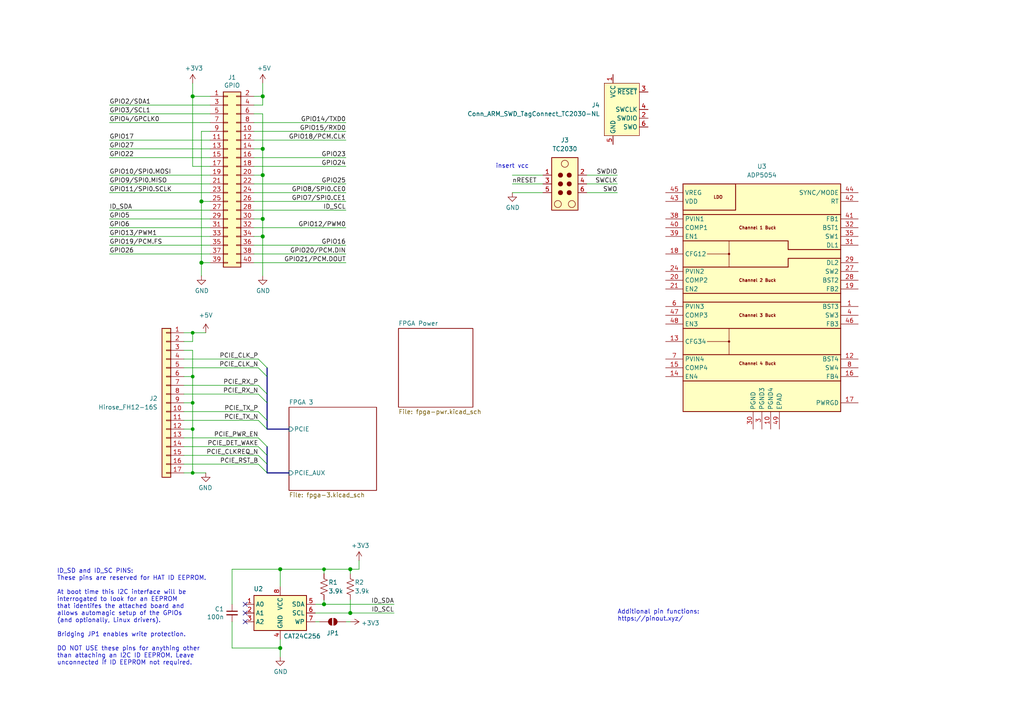
<source format=kicad_sch>
(kicad_sch (version 20250114) (generator "eeschema") (generator_version "9.0")
  (paper "A4")
  (title_block (date "15 nov 2012"))
  (text "insert vcc" (at 148.59 48.26 0) (effects (font (size 1.27 1.27))))
  (text "Additional pin functions:\nhttps://pinout.xyz/" (at 179.07 180.34 0) (effects (font (size 1.27 1.27)) (justify left bottom)))
  (text "ID_SD and ID_SC PINS:\nThese pins are reserved for HAT ID EEPROM.\n\nAt boot time this I2C interface will be\ninterrogated to look for an EEPROM\nthat identifes the attached board and\nallows automagic setup of the GPIOs\n(and optionally, Linux drivers).\n\nBridging JP1 enables write protection.\n\nDO NOT USE these pins for anything other\nthan attaching an I2C ID EEPROM. Leave\nunconnected if ID EEPROM not required." (at 16.51 193.04 0) (effects (font (size 1.27 1.27)) (justify left bottom)))
  (junction (at 93.98 175.26) (diameter 1.016))
  (junction (at 93.98 165.1))
  (junction (at 76.2 27.94) (diameter 1.016))
  (junction (at 81.28 187.96) (diameter 1.016))
  (junction (at 55.88 116.84))
  (junction (at 76.2 43.18) (diameter 1.016))
  (junction (at 81.28 165.1) (diameter 1.016))
  (junction (at 101.6 165.1) (diameter 1.016))
  (junction (at 55.88 124.46))
  (junction (at 58.42 76.2) (diameter 1.016))
  (junction (at 55.88 109.22))
  (junction (at 58.42 58.42) (diameter 1.016))
  (junction (at 76.2 68.58) (diameter 1.016))
  (junction (at 55.88 137.16))
  (junction (at 76.2 63.5) (diameter 1.016))
  (junction (at 55.88 96.52))
  (junction (at 76.2 50.8) (diameter 1.016))
  (junction (at 101.6 177.8) (diameter 1.016))
  (junction (at 55.88 27.94) (diameter 1.016))
  (no_connect (at 71.12 175.26))
  (no_connect (at 71.12 177.8))
  (no_connect (at 71.12 180.34))
  (bus_entry (at 74.93 119.38) (size 2.54 2.54))
  (bus_entry (at 74.93 121.92) (size 2.54 2.54))
  (bus_entry (at 74.93 132.08) (size 2.54 2.54))
  (bus_entry (at 74.93 111.76) (size 2.54 2.54))
  (bus_entry (at 74.93 106.68) (size 2.54 2.54))
  (bus_entry (at 74.93 127) (size 2.54 2.54))
  (bus_entry (at 74.93 134.62) (size 2.54 2.54))
  (bus_entry (at 74.93 129.54) (size 2.54 2.54))
  (bus_entry (at 74.93 104.14) (size 2.54 2.54))
  (bus_entry (at 74.93 114.3) (size 2.54 2.54))
  (wire (pts (xy 58.42 58.42) (xy 58.42 76.2)))
  (wire (pts (xy 73.66 58.42) (xy 100.33 58.42)))
  (wire (pts (xy 60.96 40.64) (xy 31.75 40.64)))
  (wire (pts (xy 74.93 106.68) (xy 53.34 106.68)))
  (wire (pts (xy 81.28 165.1) (xy 93.98 165.1)))
  (wire (pts (xy 55.88 124.46) (xy 53.34 124.46)))
  (wire (pts (xy 76.2 33.02) (xy 76.2 43.18)))
  (wire (pts (xy 76.2 50.8) (xy 73.66 50.8)))
  (wire (pts (xy 74.93 104.14) (xy 53.34 104.14)))
  (wire (pts (xy 76.2 63.5) (xy 76.2 68.58)))
  (wire (pts (xy 76.2 50.8) (xy 76.2 63.5)))
  (wire (pts (xy 73.66 35.56) (xy 100.33 35.56)))
  (bus (pts (xy 77.47 124.46) (xy 83.82 124.46)))
  (wire (pts (xy 74.93 129.54) (xy 53.34 129.54)))
  (wire (pts (xy 58.42 38.1) (xy 58.42 58.42)))
  (wire (pts (xy 91.44 175.26) (xy 93.98 175.26)))
  (wire (pts (xy 58.42 38.1) (xy 60.96 38.1)))
  (wire (pts (xy 91.44 180.34) (xy 92.71 180.34)))
  (wire (pts (xy 100.33 180.34) (xy 101.6 180.34)))
  (wire (pts (xy 73.66 55.88) (xy 100.33 55.88)))
  (bus (pts (xy 77.47 137.16) (xy 83.82 137.16)))
  (wire (pts (xy 60.96 60.96) (xy 31.75 60.96)))
  (bus (pts (xy 77.47 134.62) (xy 77.47 137.16)))
  (wire (pts (xy 148.59 50.8) (xy 157.48 50.8)))
  (wire (pts (xy 31.75 63.5) (xy 60.96 63.5)))
  (wire (pts (xy 55.88 99.06) (xy 55.88 96.52)))
  (wire (pts (xy 55.88 124.46) (xy 55.88 137.16)))
  (bus (pts (xy 77.47 121.92) (xy 77.47 124.46)))
  (wire (pts (xy 58.42 58.42) (xy 60.96 58.42)))
  (wire (pts (xy 53.34 101.6) (xy 55.88 101.6)))
  (wire (pts (xy 104.14 162.56) (xy 104.14 165.1)))
  (wire (pts (xy 73.66 45.72) (xy 100.33 45.72)))
  (wire (pts (xy 81.28 165.1) (xy 81.28 170.18)))
  (wire (pts (xy 55.88 101.6) (xy 55.88 109.22)))
  (wire (pts (xy 73.66 76.2) (xy 100.33 76.2)))
  (wire (pts (xy 58.42 76.2) (xy 58.42 80.01)))
  (wire (pts (xy 31.75 43.18) (xy 60.96 43.18)))
  (wire (pts (xy 55.88 24.13) (xy 55.88 27.94)))
  (wire (pts (xy 104.14 165.1) (xy 101.6 165.1)))
  (bus (pts (xy 77.47 109.22) (xy 77.47 114.3)))
  (wire (pts (xy 76.2 68.58) (xy 73.66 68.58)))
  (wire (pts (xy 31.75 33.02) (xy 60.96 33.02)))
  (wire (pts (xy 93.98 175.26) (xy 114.3 175.26)))
  (wire (pts (xy 31.75 55.88) (xy 60.96 55.88)))
  (wire (pts (xy 55.88 48.26) (xy 60.96 48.26)))
  (bus (pts (xy 77.47 132.08) (xy 77.47 134.62)))
  (wire (pts (xy 60.96 30.48) (xy 31.75 30.48)))
  (wire (pts (xy 76.2 27.94) (xy 76.2 30.48)))
  (wire (pts (xy 53.34 99.06) (xy 55.88 99.06)))
  (wire (pts (xy 76.2 43.18) (xy 76.2 50.8)))
  (wire (pts (xy 73.66 40.64) (xy 100.33 40.64)))
  (wire (pts (xy 76.2 43.18) (xy 73.66 43.18)))
  (wire (pts (xy 74.93 132.08) (xy 53.34 132.08)))
  (wire (pts (xy 76.2 24.13) (xy 76.2 27.94)))
  (wire (pts (xy 170.18 50.8) (xy 179.07 50.8)))
  (wire (pts (xy 31.75 35.56) (xy 60.96 35.56)))
  (wire (pts (xy 93.98 165.1) (xy 93.98 166.37)))
  (bus (pts (xy 77.47 129.54) (xy 77.47 132.08)))
  (wire (pts (xy 76.2 27.94) (xy 73.66 27.94)))
  (wire (pts (xy 55.88 27.94) (xy 55.88 48.26)))
  (wire (pts (xy 73.66 48.26) (xy 100.33 48.26)))
  (wire (pts (xy 73.66 38.1) (xy 100.33 38.1)))
  (bus (pts (xy 77.47 116.84) (xy 77.47 121.92)))
  (wire (pts (xy 93.98 173.99) (xy 93.98 175.26)))
  (wire (pts (xy 91.44 177.8) (xy 101.6 177.8)))
  (wire (pts (xy 101.6 177.8) (xy 114.3 177.8)))
  (wire (pts (xy 31.75 45.72) (xy 60.96 45.72)))
  (wire (pts (xy 31.75 53.34) (xy 60.96 53.34)))
  (wire (pts (xy 55.88 137.16) (xy 53.34 137.16)))
  (wire (pts (xy 101.6 173.99) (xy 101.6 177.8)))
  (bus (pts (xy 77.47 106.68) (xy 77.47 109.22)))
  (wire (pts (xy 31.75 66.04) (xy 60.96 66.04)))
  (wire (pts (xy 76.2 30.48) (xy 73.66 30.48)))
  (wire (pts (xy 74.93 119.38) (xy 53.34 119.38)))
  (wire (pts (xy 74.93 111.76) (xy 53.34 111.76)))
  (wire (pts (xy 93.98 165.1) (xy 101.6 165.1)))
  (wire (pts (xy 74.93 134.62) (xy 53.34 134.62)))
  (wire (pts (xy 148.59 55.88) (xy 157.48 55.88)))
  (wire (pts (xy 31.75 71.12) (xy 60.96 71.12)))
  (wire (pts (xy 73.66 71.12) (xy 100.33 71.12)))
  (wire (pts (xy 73.66 66.04) (xy 100.33 66.04)))
  (wire (pts (xy 74.93 121.92) (xy 53.34 121.92)))
  (wire (pts (xy 58.42 76.2) (xy 60.96 76.2)))
  (wire (pts (xy 73.66 73.66) (xy 100.33 73.66)))
  (wire (pts (xy 55.88 116.84) (xy 53.34 116.84)))
  (wire (pts (xy 74.93 114.3) (xy 53.34 114.3)))
  (wire (pts (xy 76.2 33.02) (xy 73.66 33.02)))
  (wire (pts (xy 31.75 73.66) (xy 60.96 73.66)))
  (wire (pts (xy 59.69 96.52) (xy 55.88 96.52)))
  (wire (pts (xy 55.88 116.84) (xy 55.88 124.46)))
  (bus (pts (xy 77.47 114.3) (xy 77.47 116.84)))
  (wire (pts (xy 170.18 53.34) (xy 179.07 53.34)))
  (wire (pts (xy 67.31 165.1) (xy 67.31 175.26)))
  (wire (pts (xy 67.31 180.34) (xy 67.31 187.96)))
  (wire (pts (xy 67.31 187.96) (xy 81.28 187.96)))
  (wire (pts (xy 81.28 165.1) (xy 67.31 165.1)))
  (wire (pts (xy 81.28 185.42) (xy 81.28 187.96)))
  (wire (pts (xy 81.28 187.96) (xy 81.28 190.5)))
  (wire (pts (xy 170.18 55.88) (xy 179.07 55.88)))
  (wire (pts (xy 55.88 109.22) (xy 53.34 109.22)))
  (wire (pts (xy 76.2 68.58) (xy 76.2 80.01)))
  (wire (pts (xy 73.66 53.34) (xy 100.33 53.34)))
  (wire (pts (xy 60.96 68.58) (xy 31.75 68.58)))
  (wire (pts (xy 55.88 109.22) (xy 55.88 116.84)))
  (wire (pts (xy 101.6 166.37) (xy 101.6 165.1)))
  (wire (pts (xy 76.2 63.5) (xy 73.66 63.5)))
  (wire (pts (xy 55.88 27.94) (xy 60.96 27.94)))
  (wire (pts (xy 148.59 53.34) (xy 157.48 53.34)))
  (wire (pts (xy 74.93 127) (xy 53.34 127)))
  (wire (pts (xy 59.69 137.16) (xy 55.88 137.16)))
  (wire (pts (xy 60.96 50.8) (xy 31.75 50.8)))
  (wire (pts (xy 73.66 60.96) (xy 100.33 60.96)))
  (wire (pts (xy 55.88 96.52) (xy 53.34 96.52)))
  (label "PCIE_CLK_P" (at 74.93 104.14 180))
  (label "ID_SDA" (at 31.75 60.96 0))
  (label "GPIO6" (at 31.75 66.04 0))
  (label "ID_SDA" (at 114.3 175.26 180))
  (label "SWCLK" (at 179.07 53.34 180))
  (label "ID_SCL" (at 100.33 60.96 180))
  (label "GPIO5" (at 31.75 63.5 0))
  (label "GPIO21{slash}PCM.DOUT" (at 100.33 76.2 180))
  (label "GPIO19{slash}PCM.FS" (at 31.75 71.12 0))
  (label "GPIO10{slash}SPI0.MOSI" (at 31.75 50.8 0))
  (label "GPIO9{slash}SPI0.MISO" (at 31.75 53.34 0))
  (label "PCIE_CLK_N" (at 74.93 106.68 180))
  (label "GPIO23" (at 100.33 45.72 180))
  (label "PCIE_CLKREQ_N" (at 74.93 132.08 180))
  (label "PCIE_TX_P" (at 74.93 119.38 180))
  (label "GPIO4{slash}GPCLK0" (at 31.75 35.56 0))
  (label "SWO" (at 179.07 55.88 180))
  (label "SWDIO" (at 179.07 50.8 180))
  (label "GPIO27" (at 31.75 43.18 0))
  (label "nRESET" (at 148.59 53.34 0))
  (label "GPIO26" (at 31.75 73.66 0))
  (label "PCIE_TX_N" (at 74.93 121.92 180))
  (label "GPIO14{slash}TXD0" (at 100.33 35.56 180))
  (label "GPIO8{slash}SPI0.CE0" (at 100.33 55.88 180))
  (label "GPIO15{slash}RXD0" (at 100.33 38.1 180))
  (label "GPIO16" (at 100.33 71.12 180))
  (label "GPIO22" (at 31.75 45.72 0))
  (label "GPIO2{slash}SDA1" (at 31.75 30.48 0))
  (label "GPIO17" (at 31.75 40.64 0))
  (label "GPIO25" (at 100.33 53.34 180))
  (label "GPIO3{slash}SCL1" (at 31.75 33.02 0))
  (label "GPIO18{slash}PCM.CLK" (at 100.33 40.64 180))
  (label "PCIE_PWR_EN" (at 74.93 127 180))
  (label "GPIO12{slash}PWM0" (at 100.33 66.04 180))
  (label "GPIO13{slash}PWM1" (at 31.75 68.58 0))
  (label "PCIE_RX_N" (at 74.93 114.3 180))
  (label "GPIO20{slash}PCM.DIN" (at 100.33 73.66 180))
  (label "GPIO24" (at 100.33 48.26 180))
  (label "GPIO7{slash}SPI0.CE1" (at 100.33 58.42 180))
  (label "PCIE_RST_B" (at 74.93 134.62 180))
  (label "ID_SCL" (at 114.3 177.8 180))
  (label "PCIE_DET_WAKE" (at 74.93 129.54 180))
  (label "GPIO11{slash}SPI0.SCLK" (at 31.75 55.88 0))
  (label "PCIE_RX_P" (at 74.93 111.76 180))
  (symbol (lib_id "power:+5V") (at 76.2 24.13 0) (unit 1)
    (property "Reference" "#PWR03" (effects (hide yes)))
    (property "Value" "+5V" (at 76.5683 19.8056 0))
    (property "Description" "Power symbol creates a global label with name \"+5V\"" (effects (hide yes)))
  )
  (symbol (lib_id "power:+3.3V") (at 55.88 24.13 0) (unit 1)
    (property "Reference" "#PWR01" (effects (hide yes)))
    (property "Value" "+3V3" (at 56.2483 19.8056 0))
    (property "Description" "Power symbol creates a global label with name \"+3.3V\"" (effects (hide yes)))
  )
  (symbol (lib_id "power:GND") (at 76.2 80.01 0) (unit 1)
    (property "Reference" "#PWR04" (effects (hide yes)))
    (property "Value" "GND" (at 76.3143 84.3344 0))
    (property "Description" "Power symbol creates a global label with name \"GND\" , ground" (effects (hide yes)))
  )
  (symbol (lib_id "power:GND") (at 58.42 80.01 0) (unit 1)
    (property "Reference" "#PWR02" (effects (hide yes)))
    (property "Value" "GND" (at 58.5343 84.3344 0))
    (property "Description" "Power symbol creates a global label with name \"GND\" , ground" (effects (hide yes)))
  )
  (symbol (lib_id "Connector_Generic:Conn_02x20_Odd_Even") (at 66.04 50.8 0) (unit 1)
    (property "Reference" "J1" (at 67.31 22.4598 0))
    (property "Value" "GPIO" (at 67.31 24.765 0))
    (property "Footprint" "Connector_PinSocket_2.54mm:PinSocket_2x20_P2.54mm_Vertical" (effects (hide yes)))
    (property "Description" "Generic connector, double row, 02x20, odd/even pin numbering scheme (row 1 odd numbers, row 2 even numbers), script generated (kicad-library-utils/schlib/autogen/connector/)" (effects (hide yes)))
  )
  (symbol (lib_id "Device:R_US") (at 93.98 170.18 0) (unit 1)
    (property "Reference" "R1" (at 95.25 168.91 0) (effects (justify left)))
    (property "Value" "3.9k" (at 95.25 171.45 0) (effects (justify left)))
    (property "Footprint" "Resistor_SMD:R_0402_1005Metric" (effects (hide yes)))
    (property "Description" "Resistor, US symbol" (effects (hide yes)))
  )
  (symbol (lib_id "Device:C_Small") (at 67.31 177.8 0) (unit 1)
    (property "Reference" "C1" (at 64.9858 176.6506 0) (effects (justify right)))
    (property "Value" "100n" (at 64.9858 178.9493 0) (effects (justify right)))
    (property "Description" "Unpolarized capacitor, small symbol" (effects (hide yes)))
  )
  (symbol (lib_id "Regulator_Switching:ADP5054") (at 220.98 76.2 0) (unit 1)
    (property "Reference" "U3" (at 220.98 48.26 0))
    (property "Value" "ADP5054" (at 220.98 50.8 0))
    (property "Footprint" "Package_DFN_QFN:QFN-48-1EP_7x7mm_P0.5mm_EP5.15x5.15mm" (effects (hide yes)))
    (property "Datasheet" "https://www.analog.com/media/en/technical-documentation/data-sheets/ADP5054.pdf" (effects (hide yes)))
    (property "Description" "250kHz to 2MHz, 6A/6A/2A/2A Quad Buck Regulator, -40 to +125C, QFN-48" (effects (hide yes)))
  )
  (symbol (lib_id "power:+5V") (at 59.69 96.52 0) (mirror y) (unit 1)
    (property "Reference" "#PWR08" (effects (hide yes)))
    (property "Value" "+5V" (at 59.69 91.44 0))
    (property "Description" "Power symbol creates a global label with name \"+5V\"" (effects (hide yes)))
  )
  (symbol (lib_id "Jumper:SolderJumper_2_Open") (at 96.52 180.34 0) (unit 1)
    (property "Reference" "JP1" (at 96.52 183.623 0))
    (property "Value" "ID_WP" (effects (hide yes)))
    (property "Description" "Solder Jumper, 2-pole, open" (effects (hide yes)))
  )
  (symbol (lib_id "power:GND") (at 59.69 137.16 0) (mirror y) (unit 1)
    (property "Reference" "#PWR09" (effects (hide yes)))
    (property "Value" "GND" (at 59.5757 141.4844 0))
    (property "Description" "Power symbol creates a global label with name \"GND\" , ground" (effects (hide yes)))
  )
  (symbol (lib_id "power:+3.3V") (at 104.14 162.56 0) (unit 1)
    (property "Reference" "#PWR07" (effects (hide yes)))
    (property "Value" "+3V3" (at 104.5083 158.2356 0))
    (property "Description" "Power symbol creates a global label with name \"+3.3V\"" (effects (hide yes)))
  )
  (symbol (lib_id "Memory_EEPROM:CAT24C256") (at 81.28 177.8 0) (unit 1)
    (property "Reference" "U2" (at 74.93 170.7958 0))
    (property "Value" "CAT24C256" (at 87.63 184.5245 0))
    (property "Footprint" "Package_DFN_QFN:DFN-8_2x2mm_P0.5mm" (effects (hide yes)))
    (property "Datasheet" "https://www.onsemi.cn/PowerSolutions/document/CAT24C256-D.PDF" (effects (hide yes)))
    (property "Description" "256 kb CMOS Serial EEPROM, DIP-8/SOIC-8/TSSOP-8/DFN-8" (effects (hide yes)))
  )
  (symbol (lib_id "Connector_Generic:Conn_01x17") (at 48.26 116.84 0) (mirror y) (unit 1)
    (property "Reference" "J2" (at 45.72 115.5699 0) (effects (justify left)))
    (property "Value" "Hirose_FH12-16S" (at 45.72 118.1099 0) (effects (justify left)))
    (property "Footprint" "Connector_FFC-FPC:Hirose_FH12-16S-0.5SH_1x16-1MP_P0.50mm_Horizontal" (effects (hide yes)))
    (property "Description" "Generic connector, single row, 01x17, script generated (kicad-library-utils/schlib/autogen/connector/)" (effects (hide yes)))
  )
  (symbol (lib_id "FPGA_Xilinx_Artix7:XC7A35T-FGG484") (at 161.29 -45.72 0) (unit 8)
    (property "Reference" "U1" (at 161.29 -81.28 0))
    (property "Value" "XC7A35T-FGG484" (at 161.29 -78.74 0))
    (property "Footprint" "Package_BGA:Xilinx_FGG484" (effects (hide yes)))
    (property "Description" "Artix 7 T 35 XC7A35T-FGG484" (effects (hide yes)))
  )
  (symbol (lib_id "power:GND") (at 148.59 55.88 0) (unit 1)
    (property "Reference" "#PWR010" (effects (hide yes)))
    (property "Value" "GND" (at 148.7043 60.2044 0))
    (property "Description" "Power symbol creates a global label with name \"GND\" , ground" (effects (hide yes)))
  )
  (symbol (lib_id "power:GND") (at 81.28 190.5 0) (unit 1)
    (property "Reference" "#PWR05" (effects (hide yes)))
    (property "Value" "GND" (at 81.3943 194.8244 0))
    (property "Description" "Power symbol creates a global label with name \"GND\" , ground" (effects (hide yes)))
  )
  (symbol (lib_id "power:+3.3V") (at 101.6 180.34 270) (unit 1)
    (property "Reference" "#PWR06" (effects (hide yes)))
    (property "Value" "+3V3" (at 104.7751 180.7083 90) (effects (justify left)))
    (property "Description" "Power symbol creates a global label with name \"+3.3V\"" (effects (hide yes)))
  )
  (symbol (lib_id "Device:R_US") (at 101.6 170.18 0) (unit 1)
    (property "Reference" "R2" (at 102.87 168.91 0) (effects (justify left)))
    (property "Value" "3.9k" (at 102.87 171.45 0) (effects (justify left)))
    (property "Footprint" "Resistor_SMD:R_0402_1005Metric" (effects (hide yes)))
    (property "Description" "Resistor, US symbol" (effects (hide yes)))
  )
  (symbol (lib_id "Connector:Conn_ARM_SWD_TagConnect_TC2030-NL") (at 180.34 31.75 0) (unit 1) (in_bom no)
    (property "Reference" "J4" (at 173.99 30.4799 0) (effects (justify right)))
    (property "Value" "Conn_ARM_SWD_TagConnect_TC2030-NL" (at 173.99 33.0199 0) (effects (justify right)))
    (property "Footprint" "Connector:Tag-Connect_TC2030-IDC-NL_2x03_P1.27mm_Vertical" (effects (hide yes)))
    (property "Datasheet" "https://www.tag-connect.com/wp-content/uploads/bsk-pdf-manager/TC2030-CTX_1.pdf" (effects (hide yes)))
    (property "Description" "Tag-Connect ARM Cortex SWD JTAG connector, 6 pin, no legs" (effects (hide yes)))
  )
  (symbol (lib_id "Connector:TC2030") (at 162.56 53.34 0) (unit 1) (in_bom no)
    (property "Reference" "J3" (at 163.83 40.64 0))
    (property "Value" "TC2030" (at 163.83 43.18 0))
    (property "Footprint" "Connector:Tag-Connect_TC2030-IDC-NL_2x03_P1.27mm_Vertical" (effects (hide yes)))
    (property "Datasheet" "https://www.tag-connect.com/wp-content/uploads/bsk-pdf-manager/2019/12/TC2030-IDC-NL-Datasheet-Rev-B.pdf" (effects (hide yes)))
    (property "Description" "Tag-Connect’s 6-pins connector" (effects (hide yes)))
  )
  (sheet (at 115.57 95.25) (size 21.59 22.86) (stroke (width 0.1524))
    (property "Sheetname" "FPGA Power" (at 115.57 94.5384 0) (effects (justify left bottom)))
    (property "Sheetfile" "fpga-pwr.kicad_sch" (at 115.57 118.6946 0) (effects (justify left top)))
  )
  (sheet (at 83.82 118.11) (size 25.4 24.13) (stroke (width 0.1524))
    (property "Sheetname" "FPGA 3" (at 83.82 117.3984 0) (effects (justify left bottom)))
    (property "Sheetfile" "fpga-3.kicad_sch" (at 83.82 142.8246 0) (effects (justify left top)))
    (pin "PCIE" input (at 83.82 124.46 180))
    (pin "PCIE_AUX" input (at 83.82 137.16 180))
  )
  (sheet (at 67.31 -31.75) (size 24.13 21.59) (stroke (width 0.1524))
    (property "Sheetname" "FPGA 2" (at 67.31 -32.4616 0) (effects (justify left bottom)))
    (property "Sheetfile" "fpga-2.kicad_sch" (at 67.31 -9.5754 0) (effects (justify left top)))
  )
  (sheet (at 40.64 -29.21) (size 19.05 19.05) (stroke (width 0.1524))
    (property "Sheetname" "FPGA 1" (at 40.64 -29.9216 0) (effects (justify left bottom)))
    (property "Sheetfile" "fpga-1.kicad_sch" (at 40.64 -9.5754 0) (effects (justify left top)))
  )
)
</source>
